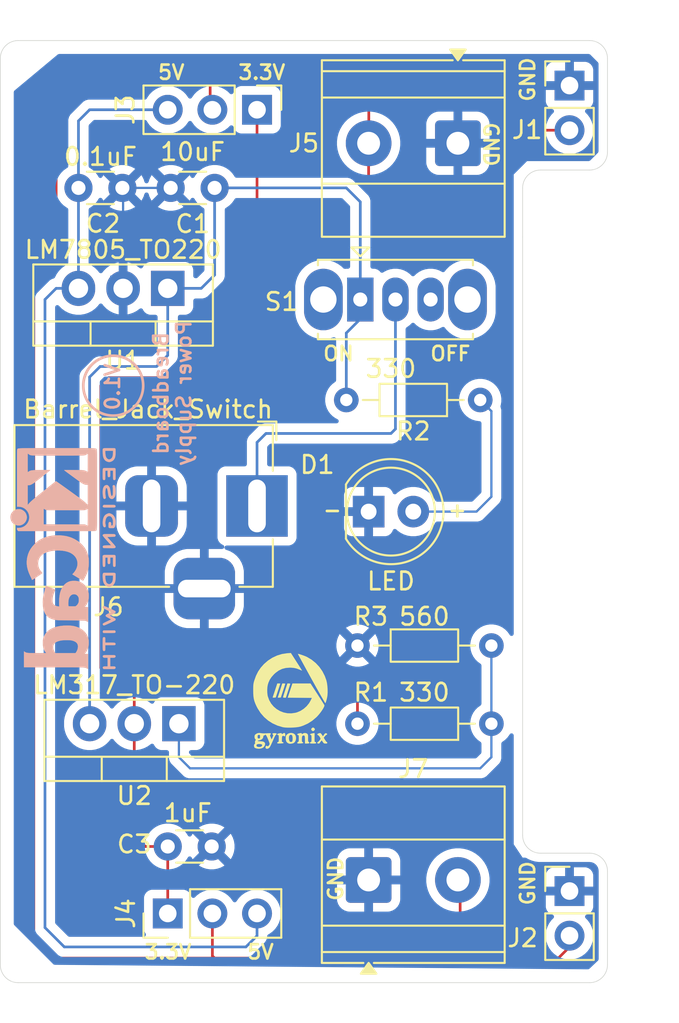
<source format=kicad_pcb>
(kicad_pcb (version 20241229) (generator "pcbnew") (generator_version "9.0")
  (title_block (title "Breadboard Power Supply") (date "2025-06-12") (rev "1") (company "Gyronix"))
  (layers (0 "F.Cu" signal "Front") (2 "B.Cu" signal "Back") (13 "F.Paste" user) (15 "B.Paste" user) (5 "F.SilkS" user "F.Silkscreen") (7 "B.SilkS" user "B.Silkscreen") (1 "F.Mask" user) (3 "B.Mask" user) (25 "Edge.Cuts" user))
  (net 0 "")
  (net 1 "GND")
  (net 2 "/12V")
  (net 3 "/5V")
  (net 4 "/3.3V")
  (net 5 "Net-(D1-A)")
  (net 6 "/PWR_output")
  (net 7 "/PWR_input")
  (net 8 "Net-(U2-ADJ)")
  (footprint "Resistor_THT:R_Axial_DIN0204_L3.6mm_D1.6mm_P7.62mm_Horizontal" (layer "F.Cu") (at 138.43 95.885)
    (property "Reference" "R3" (at 0.762 -1.651 0) (layer "F.SilkS"))
    (property "Value" "560" (at 3.81 -1.651 0) (layer "F.SilkS"))
    (pad "1" thru_hole circle (at 0 0) (size 1.4 1.4) (drill 0.7) (layers "*.Cu" "*.Mask") (net 1 "GND"))
    (pad "2" thru_hole circle (at 7.62 0) (size 1.4 1.4) (drill 0.7) (layers "*.Cu" "*.Mask") (net 8 "Net-(U2-ADJ)"))
  )
  (footprint "Capacitor_THT:C_Disc_D3.0mm_W1.6mm_P2.50mm" (layer "F.Cu") (at 130.302 69.85 180)
    (property "Reference" "C1" (at 1.25 -2.05 0) (layer "F.SilkS"))
    (property "Value" "10uF" (at 1.25 2.05 0) (layer "F.SilkS"))
    (pad "1" thru_hole circle (at 0 0 180) (size 1.6 1.6) (drill 0.8) (layers "*.Cu" "*.Mask") (net 2 "/12V"))
    (pad "2" thru_hole circle (at 2.5 0 180) (size 1.6 1.6) (drill 0.8) (layers "*.Cu" "*.Mask") (net 1 "GND"))
  )
  (footprint "Button_Switch_THT:SW_Slide_SPDT_Straight_CK_OS102011MS2Q" (layer "F.Cu") (at 138.59 76.2)
    (property "Reference" "S1" (at -4.478 0.127 0) (layer "F.SilkS"))
    (property "Value" "EG1218")
    (pad "" thru_hole oval (at -2.1 0) (size 2.2 3.5) (drill 1.5) (layers "*.Cu" "*.Mask"))
    (pad "" thru_hole oval (at 6.1 0) (size 2.2 3.5) (drill 1.5) (layers "*.Cu" "*.Mask"))
    (pad "1" thru_hole rect (at 0 0) (size 1.5 2.5) (drill 0.8) (layers "*.Cu" "*.Mask") (net 2 "/12V"))
    (pad "2" thru_hole oval (at 2 0) (size 1.5 2.5) (drill 0.8) (layers "*.Cu" "*.Mask") (net 7 "/PWR_input"))
    (pad "3" thru_hole oval (at 4 0) (size 1.5 2.5) (drill 0.8) (layers "*.Cu" "*.Mask"))
  )
  (footprint "LED_THT:LED_D5.0mm" (layer "F.Cu") (at 139.065 88.265)
    (property "Reference" "D1" (at -2.921 -2.667 0) (layer "F.SilkS"))
    (property "Value" "LED" (at 1.27 3.96 0) (layer "F.SilkS"))
    (pad "1" thru_hole rect (at 0 0) (size 1.8 1.8) (drill 0.9) (layers "*.Cu" "*.Mask") (net 1 "GND"))
    (pad "2" thru_hole circle (at 2.54 0) (size 1.8 1.8) (drill 0.9) (layers "*.Cu" "*.Mask") (net 5 "Net-(D1-A)"))
  )
  (footprint "Package_TO_SOT_THT:TO-220-3_Vertical" (layer "F.Cu") (at 127.635 75.565 180)
    (property "Reference" "U1" (at 2.54 -4.1 0) (layer "F.SilkS"))
    (property "Value" "LM7805_TO220" (at 2.54 2.2 0) (layer "F.SilkS"))
    (pad "1" thru_hole rect (at 0 0 180) (size 1.905 2) (drill 1.1) (layers "*.Cu" "*.Mask") (net 2 "/12V"))
    (pad "2" thru_hole oval (at 2.54 0 180) (size 1.905 2) (drill 1.1) (layers "*.Cu" "*.Mask") (net 1 "GND"))
    (pad "3" thru_hole oval (at 5.08 0 180) (size 1.905 2) (drill 1.1) (layers "*.Cu" "*.Mask") (net 3 "/5V"))
  )
  (footprint "Capacitor_THT:C_Disc_D3.0mm_W1.6mm_P2.50mm" (layer "F.Cu") (at 122.555 69.85)
    (property "Reference" "C2" (at 1.397 2.032 0) (layer "F.SilkS"))
    (property "Value" "0.1uF" (at 1.25 -1.778 0) (layer "F.SilkS"))
    (pad "1" thru_hole circle (at 0 0) (size 1.6 1.6) (drill 0.8) (layers "*.Cu" "*.Mask") (net 3 "/5V"))
    (pad "2" thru_hole circle (at 2.5 0) (size 1.6 1.6) (drill 0.8) (layers "*.Cu" "*.Mask") (net 1 "GND"))
  )
  (footprint "Resistor_THT:R_Axial_DIN0204_L3.6mm_D1.6mm_P7.62mm_Horizontal" (layer "F.Cu") (at 145.415 81.915 180)
    (property "Reference" "R2" (at 3.81 -1.778 0) (layer "F.SilkS"))
    (property "Value" "330" (at 5.08 1.778 0) (layer "F.SilkS"))
    (pad "1" thru_hole circle (at 0 0 180) (size 1.4 1.4) (drill 0.7) (layers "*.Cu" "*.Mask") (net 5 "Net-(D1-A)"))
    (pad "2" thru_hole circle (at 7.62 0 180) (size 1.4 1.4) (drill 0.7) (layers "*.Cu" "*.Mask") (net 2 "/12V"))
  )
  (footprint "TerminalBlock_Phoenix:TerminalBlock_Phoenix_MKDS-1,5-2-5.08_1x02_P5.08mm_Horizontal" (layer "F.Cu") (at 144.145 67.31 180)
    (property "Reference" "J5" (at 8.763 0 0) (layer "F.SilkS"))
    (property "Value" "Screw_Terminal_01x02")
    (pad "1" thru_hole roundrect (at 0 0 180) (size 2.6 2.6) (drill 1.3) (layers "*.Cu" "*.Mask") (roundrect_rratio 0.096154) (net 1 "GND"))
    (pad "2" thru_hole circle (at 5.08 0 180) (size 2.6 2.6) (drill 1.3) (layers "*.Cu" "*.Mask") (net 6 "/PWR_output"))
  )
  (footprint "Connector_PinHeader_2.54mm:PinHeader_1x03_P2.54mm_Vertical" (layer "F.Cu") (at 127.635 111.125 90)
    (property "Reference" "J4" (at 0 -2.38 90) (layer "F.SilkS"))
    (property "Value" "Conn_01x03_Pin")
    (pad "1" thru_hole rect (at 0 0 90) (size 1.7 1.7) (drill 1) (layers "*.Cu" "*.Mask") (net 4 "/3.3V"))
    (pad "2" thru_hole circle (at 0 2.54 90) (size 1.7 1.7) (drill 1) (layers "*.Cu" "*.Mask") (net 6 "/PWR_output"))
    (pad "3" thru_hole circle (at 0 5.08 90) (size 1.7 1.7) (drill 1) (layers "*.Cu" "*.Mask") (net 3 "/5V"))
  )
  (footprint "Package_TO_SOT_THT:TO-220-3_Vertical" (layer "F.Cu") (at 128.27 100.33 180)
    (property "Reference" "U2" (at 2.54 -4.1 0) (layer "F.SilkS"))
    (property "Value" "LM317_TO-220" (at 2.54 2.2 0) (layer "F.SilkS"))
    (pad "1" thru_hole rect (at 0 0 180) (size 1.905 2) (drill 1.1) (layers "*.Cu" "*.Mask") (net 8 "Net-(U2-ADJ)"))
    (pad "2" thru_hole oval (at 2.54 0 180) (size 1.905 2) (drill 1.1) (layers "*.Cu" "*.Mask") (net 4 "/3.3V"))
    (pad "3" thru_hole oval (at 5.08 0 180) (size 1.905 2) (drill 1.1) (layers "*.Cu" "*.Mask") (net 2 "/12V"))
  )
  (footprint "Connector_PinHeader_2.54mm:PinHeader_1x03_P2.54mm_Vertical" (layer "F.Cu") (at 132.715 65.405 -90)
    (property "Reference" "J3" (at 0 7.493 270) (layer "F.SilkS"))
    (property "Value" "Conn_01x03_Pin")
    (pad "1" thru_hole rect (at 0 0 270) (size 1.7 1.7) (drill 1) (layers "*.Cu" "*.Mask") (net 4 "/3.3V"))
    (pad "2" thru_hole circle (at 0 2.54 270) (size 1.7 1.7) (drill 1) (layers "*.Cu" "*.Mask") (net 6 "/PWR_output"))
    (pad "3" thru_hole circle (at 0 5.08 270) (size 1.7 1.7) (drill 1) (layers "*.Cu" "*.Mask") (net 3 "/5V"))
  )
  (footprint "TerminalBlock_Phoenix:TerminalBlock_Phoenix_MKDS-1,5-2-5.08_1x02_P5.08mm_Horizontal" (layer "F.Cu") (at 139.065 109.22)
    (property "Reference" "J7" (at 2.54 -6.32 0) (layer "F.SilkS"))
    (property "Value" "Screw_Terminal_01x02")
    (pad "1" thru_hole roundrect (at 0 0) (size 2.6 2.6) (drill 1.3) (layers "*.Cu" "*.Mask") (roundrect_rratio 0.096154) (net 1 "GND"))
    (pad "2" thru_hole circle (at 5.08 0) (size 2.6 2.6) (drill 1.3) (layers "*.Cu" "*.Mask") (net 6 "/PWR_output"))
  )
  (footprint "Connector_PinHeader_2.54mm:PinHeader_1x02_P2.54mm_Vertical" (layer "F.Cu") (at 150.495 64.0284)
    (property "Reference" "J1" (at -2.413 2.5196 0) (layer "F.SilkS"))
    (property "Value" "Conn_01x02_Pin")
    (pad "1" thru_hole rect (at 0 0) (size 1.7 1.7) (drill 1) (layers "*.Cu" "*.Mask") (net 1 "GND"))
    (pad "2" thru_hole circle (at 0 2.54) (size 1.7 1.7) (drill 1) (layers "*.Cu" "*.Mask") (net 6 "/PWR_output"))
  )
  (footprint "Capacitor_THT:C_Disc_D3.0mm_W1.6mm_P2.50mm" (layer "F.Cu") (at 127.635 107.315)
    (property "Reference" "C3" (at -1.905 -0.127 0) (layer "F.SilkS"))
    (property "Value" "1uF" (at 1.143 -1.905 0) (layer "F.SilkS"))
    (pad "1" thru_hole circle (at 0 0) (size 1.6 1.6) (drill 0.8) (layers "*.Cu" "*.Mask") (net 4 "/3.3V"))
    (pad "2" thru_hole circle (at 2.5 0) (size 1.6 1.6) (drill 0.8) (layers "*.Cu" "*.Mask") (net 1 "GND"))
  )
  (footprint "Connector_PinHeader_2.54mm:PinHeader_1x02_P2.54mm_Vertical" (layer "F.Cu") (at 150.495 109.85)
    (property "Reference" "J2" (at -2.667 2.672 0) (layer "F.SilkS"))
    (property "Value" "Conn_01x02_Pin")
    (pad "1" thru_hole rect (at 0 0) (size 1.7 1.7) (drill 1) (layers "*.Cu" "*.Mask") (net 1 "GND"))
    (pad "2" thru_hole circle (at 0 2.54) (size 1.7 1.7) (drill 1) (layers "*.Cu" "*.Mask") (net 6 "/PWR_output"))
  )
  (footprint "Resistor_THT:R_Axial_DIN0204_L3.6mm_D1.6mm_P7.62mm_Horizontal" (layer "F.Cu") (at 146.05 100.33 180)
    (property "Reference" "R1" (at 6.858 1.778 0) (layer "F.SilkS"))
    (property "Value" "330" (at 3.81 1.778 0) (layer "F.SilkS"))
    (pad "1" thru_hole circle (at 0 0 180) (size 1.4 1.4) (drill 0.7) (layers "*.Cu" "*.Mask") (net 8 "Net-(U2-ADJ)"))
    (pad "2" thru_hole circle (at 7.62 0 180) (size 1.4 1.4) (drill 0.7) (layers "*.Cu" "*.Mask") (net 4 "/3.3V"))
  )
  (footprint "gyronix_logo:gyronix_logo_5.5mm" (layer "F.Cu") (at 134.62 99.06)
    (property "Reference" "G***" (hide yes))
    (property "Value" "LOGO" (hide yes))
  )
  (footprint "Connector_BarrelJack:BarrelJack_Horizontal" (layer "F.Cu") (at 132.715 87.9425)
    (property "Reference" "J6" (at -8.45 5.75 0) (layer "F.SilkS"))
    (property "Value" "Barrel_Jack_Switch" (at -6.2 -5.5 0) (layer "F.SilkS"))
    (pad "1" thru_hole rect (at 0 0) (size 3.5 3.5) (drill oval 1 3) (layers "*.Cu" "*.Mask") (net 7 "/PWR_input"))
    (pad "2" thru_hole roundrect (at -6 0) (size 3 3.5) (drill oval 1 3) (layers "*.Cu" "*.Mask") (net 1 "GND"))
    (pad "3" thru_hole roundrect (at -3 4.7) (size 3.5 3.5) (drill oval 3 1) (layers "*.Cu" "*.Mask") (net 1 "GND"))
  )
  (footprint "Symbol:KiCad-Logo2_5mm_SilkScreen" (layer "B.Cu") (at 121.666 90.932 -90)
    (property "Reference" "REF**" (hide yes))
    (property "Value" "KiCad-Logo2_5mm_SilkScreen" (hide yes))
  )
  (gr_circle (center 124.534116 81.100116) (end 126.058116 80.338116) (stroke (width 0.1524)) (fill no) (layer "B.SilkS"))
  (gr_line (start 151.638 107.696) (end 148.844 107.696) (stroke (width 0.0381)) (layer "Edge.Cuts"))
  (gr_line (start 152.654 67.818) (end 152.654 62.484) (stroke (width 0.0381)) (layer "Edge.Cuts"))
  (gr_line (start 147.828 72.644) (end 147.828 69.85) (stroke (width 0.0381)) (layer "Edge.Cuts"))
  (gr_arc (start 147.828 69.85) (mid 148.12558 69.13158) (end 148.844 68.834) (stroke (width 0.0381)) (layer "Edge.Cuts"))
  (gr_line (start 119.126 115.062) (end 151.638 115.062) (stroke (width 0.0381)) (layer "Edge.Cuts"))
  (gr_arc (start 119.126 115.062) (mid 118.40758 114.76442) (end 118.11 114.046) (stroke (width 0.0381)) (layer "Edge.Cuts"))
  (gr_line (start 152.654 114.046) (end 152.654 108.712) (stroke (width 0.0381)) (layer "Edge.Cuts"))
  (gr_arc (start 152.654 114.046) (mid 152.35642 114.76442) (end 151.638 115.062) (stroke (width 0.0381)) (layer "Edge.Cuts"))
  (gr_arc (start 151.638 107.696) (mid 152.35642 107.99358) (end 152.654 108.712) (stroke (width 0.0381)) (layer "Edge.Cuts"))
  (gr_line (start 148.844 68.834) (end 151.638 68.834) (stroke (width 0.0381)) (layer "Edge.Cuts"))
  (gr_arc (start 151.638 61.468) (mid 152.35642 61.76558) (end 152.654 62.484) (stroke (width 0.0381)) (layer "Edge.Cuts"))
  (gr_arc (start 148.844 107.696) (mid 148.12558 107.39842) (end 147.828 106.68) (stroke (width 0.0381)) (layer "Edge.Cuts"))
  (gr_line (start 147.828 106.68) (end 147.828 72.644) (stroke (width 0.0381)) (layer "Edge.Cuts"))
  (gr_line (start 148.082 61.468) (end 119.126 61.468) (stroke (width 0.0381)) (layer "Edge.Cuts"))
  (gr_arc (start 118.11 62.484) (mid 118.40758 61.76558) (end 119.126 61.468) (stroke (width 0.0381)) (layer "Edge.Cuts"))
  (gr_line (start 118.11 62.484) (end 118.11 114.046) (stroke (width 0.0381)) (layer "Edge.Cuts"))
  (gr_arc (start 152.654 67.818) (mid 152.35642 68.53642) (end 151.638 68.834) (stroke (width 0.0381)) (layer "Edge.Cuts"))
  (gr_line (start 151.638 61.468) (end 148.082 61.468) (stroke (width 0.0381)) (layer "Edge.Cuts"))
  (gr_text "GND" (at 145.542 66.04 270) (layer "F.SilkS") (effects (font (size 0.8128 0.8128) (thickness 0.1524) (bold yes)) (justify left bottom)))
  (gr_text "+" (at 143.51 88.646 0) (layer "F.SilkS") (effects (font (size 0.8128 0.8128) (thickness 0.1524) (bold yes)) (justify left bottom)))
  (gr_text "3.3V" (at 131.572 63.754 0) (layer "F.SilkS") (effects (font (size 0.8128 0.8128) (thickness 0.1524) (bold yes)) (justify left bottom)))
  (gr_text "GND" (at 148.59 110.744 90) (layer "F.SilkS") (effects (font (size 0.8128 0.8128) (thickness 0.1524) (bold yes)) (justify left bottom)))
  (gr_text "-" (at 136.398 88.646 0) (layer "F.SilkS") (effects (font (size 0.8128 0.8128) (thickness 0.1524) (bold yes)) (justify left bottom)))
  (gr_text "3.3V" (at 126.238 113.792 0) (layer "F.SilkS") (effects (font (size 0.8128 0.8128) (thickness 0.1524) (bold yes)) (justify left bottom)))
  (gr_text "OFF" (at 142.494 79.756 0) (layer "F.SilkS") (effects (font (size 0.8128 0.8128) (thickness 0.1524) (bold yes)) (justify left bottom)))
  (gr_text "5V" (at 127 63.754 0) (layer "F.SilkS") (effects (font (size 0.8128 0.8128) (thickness 0.1524) (bold yes)) (justify left bottom)))
  (gr_text "5V" (at 132.08 113.792 0) (layer "F.SilkS") (effects (font (size 0.8128 0.8128) (thickness 0.1524) (bold yes)) (justify left bottom)))
  (gr_text "ON" (at 136.398 79.756 0) (layer "F.SilkS") (effects (font (size 0.8128 0.8128) (thickness 0.1524) (bold yes)) (justify left bottom)))
  (gr_text "GND" (at 137.668 110.49 90) (layer "F.SilkS") (effects (font (size 0.8128 0.8128) (thickness 0.1524) (bold yes)) (justify left bottom)))
  (gr_text "GND" (at 148.59 65.024 90) (layer "F.SilkS") (effects (font (size 0.8128 0.8128) (thickness 0.1524) (bold yes)) (justify left bottom)))
  (gr_text "Breadboard\nPower Supply" (at 129.032 81.534 90) (layer "B.SilkS") (effects (font (size 0.8128 0.8128) (thickness 0.1524) (bold yes)) (justify bottom mirror)))
  (gr_text "V1.0" (at 124.968 79.756 90) (layer "B.SilkS") (effects (font (size 0.8128 0.8128) (thickness 0.1524) (bold yes)) (justify left bottom mirror)))
  (segment (start 125.095 75.565) (end 125.095 69.89) (width 0.127) (layer "B.Cu") (net 1))
  (segment (start 124.42 74.89) (end 125.095 75.565) (width 0.127) (layer "B.Cu") (net 1))
  (segment (start 124.5 69.85) (end 125.055 69.85) (width 0.127) (layer "B.Cu") (net 1))
  (segment (start 125.055 69.85) (end 127.802 69.85) (width 0.127) (layer "B.Cu") (net 1))
  (segment (start 124.46 69.89) (end 124.5 69.85) (width 0.127) (layer "B.Cu") (net 1))
  (segment (start 125.095 69.89) (end 125.055 69.85) (width 0.127) (layer "B.Cu") (net 1))
  (segment (start 138.59 76.2) (end 138.59 70.645) (width 0.1524) (layer "B.Cu") (net 2))
  (segment (start 127.635 75.565) (end 127.635 79.375) (width 0.1524) (layer "B.Cu") (net 2))
  (segment (start 123.19 80.607219) (end 123.19 100.33) (width 0.1524) (layer "B.Cu") (net 2))
  (segment (start 123.787219 80.01) (end 123.19 80.607219) (width 0.1524) (layer "B.Cu") (net 2))
  (segment (start 130.302 74.803) (end 129.54 75.565) (width 0.1524) (layer "B.Cu") (net 2))
  (segment (start 138.59 77.31) (end 137.795 78.105) (width 0.1524) (layer "B.Cu") (net 2))
  (segment (start 138.59 76.2) (end 138.59 77.31) (width 0.1524) (layer "B.Cu") (net 2))
  (segment (start 137.795 69.85) (end 130.302 69.85) (width 0.1524) (layer "B.Cu") (net 2))
  (segment (start 138.59 76.2) (end 138.59 75.885) (width 0.1524) (layer "B.Cu") (net 2))
  (segment (start 138.59 70.645) (end 137.795 69.85) (width 0.1524) (layer "B.Cu") (net 2))
  (segment (start 127.635 79.375) (end 127 80.01) (width 0.1524) (layer "B.Cu") (net 2))
  (segment (start 137.795 78.105) (end 137.795 81.915) (width 0.1524) (layer "B.Cu") (net 2))
  (segment (start 129.54 75.565) (end 127.635 75.565) (width 0.1524) (layer "B.Cu") (net 2))
  (segment (start 138.59 75.885) (end 138.43 75.725) (width 0.1524) (layer "B.Cu") (net 2))
  (segment (start 130.302 69.85) (end 130.302 74.803) (width 0.1524) (layer "B.Cu") (net 2))
  (segment (start 127 80.01) (end 123.787219 80.01) (width 0.1524) (layer "B.Cu") (net 2))
  (segment (start 132.08 113.03) (end 121.751804 113.03) (width 0.1524) (layer "B.Cu") (net 3))
  (segment (start 122.555 66.04) (end 123.19 65.405) (width 0.1524) (layer "B.Cu") (net 3))
  (segment (start 120.65 111.928196) (end 120.65 76.2) (width 0.1524) (layer "B.Cu") (net 3))
  (segment (start 123.19 65.405) (end 127.635 65.405) (width 0.1524) (layer "B.Cu") (net 3))
  (segment (start 121.92 74.93) (end 122.555 75.565) (width 0.1524) (layer "B.Cu") (net 3))
  (segment (start 121.751804 113.03) (end 120.65 111.928196) (width 0.1524) (layer "B.Cu") (net 3))
  (segment (start 132.715 111.125) (end 132.715 112.395) (width 0.1524) (layer "B.Cu") (net 3))
  (segment (start 122.555 75.565) (end 122.555 69.85) (width 0.1524) (layer "B.Cu") (net 3))
  (segment (start 121.285 75.565) (end 122.555 75.565) (width 0.1524) (layer "B.Cu") (net 3))
  (segment (start 120.65 76.2) (end 121.285 75.565) (width 0.1524) (layer "B.Cu") (net 3))
  (segment (start 132.715 112.395) (end 132.08 113.03) (width 0.1524) (layer "B.Cu") (net 3))
  (segment (start 127.508 65.532) (end 127.635 65.405) (width 0.1524) (layer "B.Cu") (net 3))
  (segment (start 122.555 69.85) (end 122.428 69.85) (width 0.1524) (layer "B.Cu") (net 3))
  (segment (start 122.555 69.85) (end 122.555 66.04) (width 0.1524) (layer "B.Cu") (net 3))
  (segment (start 125.73 100.33) (end 125.73 97.79) (width 0.1524) (layer "F.Cu") (net 4))
  (segment (start 138.43 98.425) (end 138.43 100.33) (width 0.1524) (layer "F.Cu") (net 4))
  (segment (start 132.715 80.057412) (end 132.127412 80.645) (width 0.1524) (layer "F.Cu") (net 4))
  (segment (start 123.825 81.10256) (end 123.825 97.155) (width 0.1524) (layer "F.Cu") (net 4))
  (segment (start 124.28256 80.645) (end 123.825 81.10256) (width 0.1524) (layer "F.Cu") (net 4))
  (segment (start 125.73 97.79) (end 137.795 97.79) (width 0.1524) (layer "F.Cu") (net 4))
  (segment (start 126.365 107.315) (end 127.635 107.315) (width 0.1524) (layer "F.Cu") (net 4))
  (segment (start 132.715 65.405) (end 132.715 80.057412) (width 0.1524) (layer "F.Cu") (net 4))
  (segment (start 124.46 97.79) (end 125.73 97.79) (width 0.1524) (layer "F.Cu") (net 4))
  (segment (start 137.795 97.79) (end 138.43 98.425) (width 0.1524) (layer "F.Cu") (net 4))
  (segment (start 132.127412 80.645) (end 124.28256 80.645) (width 0.1524) (layer "F.Cu") (net 4))
  (segment (start 127.635 107.315) (end 127.635 111.125) (width 0.1524) (layer "F.Cu") (net 4))
  (segment (start 125.73 106.68) (end 126.365 107.315) (width 0.1524) (layer "F.Cu") (net 4))
  (segment (start 123.825 97.155) (end 124.46 97.79) (width 0.1524) (layer "F.Cu") (net 4))
  (segment (start 125.73 100.33) (end 125.73 106.68) (width 0.1524) (layer "F.Cu") (net 4))
  (segment (start 145.202579 88.265) (end 141.605 88.265) (width 0.127) (layer "B.Cu") (net 5))
  (segment (start 146.05 87.417579) (end 145.202579 88.265) (width 0.127) (layer "B.Cu") (net 5))
  (segment (start 146.05 82.55) (end 146.05 87.417579) (width 0.127) (layer "B.Cu") (net 5))
  (segment (start 145.415 81.915) (end 146.05 82.55) (width 0.127) (layer "B.Cu") (net 5))
  (segment (start 130.175 111.125) (end 130.175 113.538) (width 0.1524) (layer "F.Cu") (net 6))
  (segment (start 121.92 63.5) (end 130.048 63.5) (width 0.1524) (layer "F.Cu") (net 6))
  (segment (start 130.048 65.278) (end 130.175 65.405) (width 0.1524) (layer "F.Cu") (net 6))
  (segment (start 150.495 112.39) (end 150.495 113.03) (width 0.1524) (layer "F.Cu") (net 6))
  (segment (start 121.285 64.135) (end 121.92 63.5) (width 0.1524) (layer "F.Cu") (net 6))
  (segment (start 146.05 70.485) (end 139.7 70.485) (width 0.1524) (layer "F.Cu") (net 6))
  (segment (start 144.272 109.5195) (end 144.145 109.3925) (width 0.1524) (layer "F.Cu") (net 6))
  (segment (start 149.86 113.665) (end 144.272 113.665) (width 0.1524) (layer "F.Cu") (net 6))
  (segment (start 144.272 113.665) (end 144.272 109.5195) (width 0.1524) (layer "F.Cu") (net 6))
  (segment (start 144.145 109.3925) (end 144.145 109.22) (width 0.1524) (layer "F.Cu") (net 6))
  (segment (start 120.015 112.231829) (end 121.448171 113.665) (width 0.1524) (layer "F.Cu") (net 6))
  (segment (start 139.7 70.485) (end 139.065 69.85) (width 0.1524) (layer "F.Cu") (net 6))
  (segment (start 146.685 67.31) (end 146.685 69.85) (width 0.1524) (layer "F.Cu") (net 6))
  (segment (start 139.065 67.31) (end 139.075 67.3) (width 0.1524) (layer "F.Cu") (net 6))
  (segment (start 139.065 69.85) (end 139.065 67.31) (width 0.1524) (layer "F.Cu") (net 6))
  (segment (start 121.448171 113.665) (end 130.302 113.665) (width 0.1524) (layer "F.Cu") (net 6))
  (segment (start 147.4266 66.5684) (end 146.685 67.31) (width 0.1524) (layer "F.Cu") (net 6))
  (segment (start 130.048 63.5) (end 130.048 65.278) (width 0.1524) (layer "F.Cu") (net 6))
  (segment (start 120.015 72.39) (end 120.015 112.231829) (width 0.1524) (layer "F.Cu") (net 6))
  (segment (start 146.685 69.85) (end 146.05 70.485) (width 0.1524) (layer "F.Cu") (net 6))
  (segment (start 139.075 64.145) (end 138.43 63.5) (width 0.1524) (layer "F.Cu") (net 6))
  (segment (start 150.495 66.5684) (end 147.4266 66.5684) (width 0.1524) (layer "F.Cu") (net 6))
  (segment (start 121.285 71.12) (end 120.015 72.39) (width 0.1524) (layer "F.Cu") (net 6))
  (segment (start 130.175 113.538) (end 130.302 113.665) (width 0.1524) (layer "F.Cu") (net 6))
  (segment (start 121.285 71.12) (end 121.285 64.135) (width 0.1524) (layer "F.Cu") (net 6))
  (segment (start 144.272 110.297) (end 144.145 110.17) (width 0.1524) (layer "F.Cu") (net 6))
  (segment (start 139.075 67.3) (end 139.075 64.145) (width 0.1524) (layer "F.Cu") (net 6))
  (segment (start 138.43 63.5) (end 130.048 63.5) (width 0.1524) (layer "F.Cu") (net 6))
  (segment (start 130.302 65.278) (end 130.175 65.405) (width 0.1524) (layer "F.Cu") (net 6))
  (segment (start 150.495 113.03) (end 149.86 113.665) (width 0.1524) (layer "F.Cu") (net 6))
  (segment (start 130.302 113.665) (end 144.272 113.665) (width 0.1524) (layer "F.Cu") (net 6))
  (segment (start 140.59 83.565) (end 140.335 83.82) (width 0.1524) (layer "B.Cu") (net 7))
  (segment (start 140.715 76.2) (end 140.97 75.945) (width 0.1524) (layer "B.Cu") (net 7))
  (segment (start 132.715 84.328) (end 132.715 87.9425) (width 0.1524) (layer "B.Cu") (net 7))
  (segment (start 140.335 83.82) (end 133.223 83.82) (width 0.1524) (layer "B.Cu") (net 7))
  (segment (start 140.59 76.2) (end 140.59 83.565) (width 0.1524) (layer "B.Cu") (net 7))
  (segment (start 133.223 83.82) (end 132.715 84.328) (width 0.1524) (layer "B.Cu") (net 7))
  (segment (start 140.59 76.2) (end 140.715 76.2) (width 0.1524) (layer "B.Cu") (net 7))
  (segment (start 128.27 100.33) (end 128.27 102.235) (width 0.127) (layer "B.Cu") (net 8))
  (segment (start 128.905 102.87) (end 145.415 102.87) (width 0.127) (layer "B.Cu") (net 8))
  (segment (start 145.415 102.87) (end 146.05 102.235) (width 0.127) (layer "B.Cu") (net 8))
  (segment (start 146.05 95.885) (end 146.05 100.33) (width 0.127) (layer "B.Cu") (net 8))
  (segment (start 146.05 102.235) (end 146.05 100.33) (width 0.127) (layer "B.Cu") (net 8))
  (segment (start 128.27 102.235) (end 128.905 102.87) (width 0.127) (layer "B.Cu") (net 8))
  (zone (net 1) (net_name "GND") (layer "B.Cu") (connect_pads (clearance 0.5)) (min_thickness 0.25) (fill yes (thermal_gap 0.5) (thermal_bridge_width 0.5))
    (polygon (pts (xy 121.412 62.23) (xy 118.872 64.346667) (xy 118.872 111.76) (xy 121.158 114.046) (xy 151.592401 114.303919) (xy 152.4 113.538) (xy 152.4 108.712) (xy 151.638 107.95) (xy 147.828001 107.95) (xy 147.32 107.187999) (xy 147.32 69.088) (xy 148.082 68.326) (xy 151.638 68.326) (xy 152.146 67.818) (xy 152.146 62.738) (xy 151.638 62.23)))
  )
)
</source>
